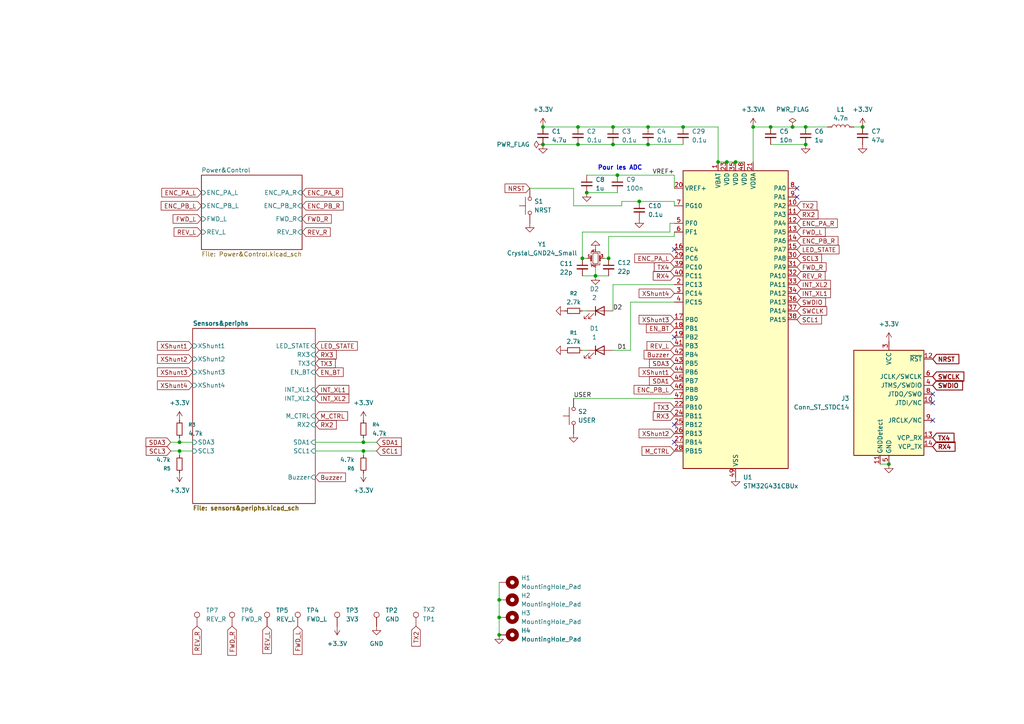
<source format=kicad_sch>
(kicad_sch (version 20250114) (generator "eeschema") (generator_version "9.0")
  (paper "A4")
  (title_block (title "ChaSouRo V1") (date "2025-09-19") (rev "Nelven") (company "ESE"))
  (lib_symbols
    (symbol "Connector:Conn_ST_STDC14"
      (property "Reference" "J" (at -8.89 16.51 0))
      (property "Value" "Conn_ST_STDC14" (at 17.78 16.51 0))
      (symbol "Conn_ST_STDC14_0_1"
        (rectangle (start -10.16 15.24) (end 10.16 -15.24) (stroke (width 0.254)) (fill (type background)))
      )
      (symbol "Conn_ST_STDC14_1_1"
        (pin no_connect line (at -10.16 5.08 0) (length 2.54) (hide yes) (name "NC") (number "1"))
        (pin no_connect line (at -10.16 2.54 0) (length 2.54) (hide yes) (name "NC") (number "2"))
        (pin passive line (at -2.54 -17.78 90) (length 2.54) (name "GNDDetect") (number "11"))
        (pin power_in line (at 0 17.78 270) (length 2.54) (name "VCC") (number "3"))
        (pin power_in line (at 0 -17.78 90) (length 2.54) (name "GND") (number "5"))
        (pin passive line (at 0 -17.78 90) (length 2.54) (hide yes) (name "GND") (number "7"))
        (pin open_collector line (at 12.7 12.7 180) (length 2.54) (name "~{RST}") (number "12"))
        (pin output line (at 12.7 7.62 180) (length 2.54) (name "JCLK/SWCLK") (number "6"))
        (pin bidirectional line (at 12.7 5.08 180) (length 2.54) (name "JTMS/SWDIO") (number "4"))
        (pin input line (at 12.7 2.54 180) (length 2.54) (name "JTDO/SWO") (number "8"))
        (pin output line (at 12.7 0 180) (length 2.54) (name "JTDI/NC") (number "10"))
        (pin input line (at 12.7 -5.08 180) (length 2.54) (name "JRCLK/NC") (number "9"))
        (pin output line (at 12.7 -10.16 180) (length 2.54) (name "VCP_RX") (number "13"))
        (pin input line (at 12.7 -12.7 180) (length 2.54) (name "VCP_TX") (number "14"))
      )
    )
    (symbol "Connector:TestPoint" (pin_numbers (hide yes)) (pin_names (offset 0.762) (hide yes))
      (property "Reference" "TP" (at 0 6.858 0))
      (property "Value" "TestPoint" (at 0 5.08 0))
      (symbol "TestPoint_0_1"
        (circle (center 0 3.302) (radius 0.762))
      )
      (symbol "TestPoint_1_1"
        (pin passive line (at 0 0 90) (length 2.54) (name "1") (number "1"))
      )
    )
    (symbol "Device:C_Small" (pin_numbers (hide yes)) (pin_names (offset 0.254) (hide yes))
      (property "Reference" "C" (at 0.254 1.778 0))
      (property "Value" "C_Small" (at 0.254 -2.032 0))
      (symbol "C_Small_0_1"
        (polyline (pts (xy -1.524 0.508) (xy 1.524 0.508)) (stroke (width 0.3048)))
        (polyline (pts (xy -1.524 -0.508) (xy 1.524 -0.508)) (stroke (width 0.3302)))
      )
      (symbol "C_Small_1_1"
        (pin passive line (at 0 2.54 270) (length 2.032) (name "~") (number "1"))
        (pin passive line (at 0 -2.54 90) (length 2.032) (name "~") (number "2"))
      )
    )
    (symbol "Device:Crystal_GND24_Small" (pin_names (offset 1.016) (hide yes))
      (property "Reference" "Y" (at 1.27 4.445 0))
      (property "Value" "Crystal_GND24_Small" (at 1.27 2.54 0))
      (symbol "Crystal_GND24_Small_0_1"
        (polyline (pts (xy -1.27 1.27) (xy -1.27 1.905) (xy 1.27 1.905) (xy 1.27 1.27)))
        (polyline (pts (xy -1.27 -0.762) (xy -1.27 0.762)) (stroke (width 0.381)))
        (polyline (pts (xy -1.27 -1.27) (xy -1.27 -1.905) (xy 1.27 -1.905) (xy 1.27 -1.27)))
        (rectangle (start -0.762 -1.524) (end 0.762 1.524))
        (polyline (pts (xy 1.27 -0.762) (xy 1.27 0.762)) (stroke (width 0.381)))
      )
      (symbol "Crystal_GND24_Small_1_1"
        (pin passive line (at -2.54 0 0) (length 1.27) (name "1") (number "1"))
        (pin passive line (at 0 2.54 270) (length 0.635) (name "4") (number "4"))
        (pin passive line (at 0 -2.54 90) (length 0.635) (name "2") (number "2"))
        (pin passive line (at 2.54 0 180) (length 1.27) (name "3") (number "3"))
      )
    )
    (symbol "Device:L" (pin_numbers (hide yes)) (pin_names (offset 1.016) (hide yes))
      (property "Reference" "L" (at -1.27 0 90))
      (property "Value" "L" (at 1.905 0 90))
      (symbol "L_0_1"
        (arc (start 0 2.54) (mid 0.6323 1.905) (end 0 1.27))
        (arc (start 0 1.27) (mid 0.6323 0.635) (end 0 0))
        (arc (start 0 0) (mid 0.6323 -0.635) (end 0 -1.27))
        (arc (start 0 -1.27) (mid 0.6323 -1.905) (end 0 -2.54))
      )
      (symbol "L_1_1"
        (pin passive line (at 0 3.81 270) (length 1.27) (name "1") (number "1"))
        (pin passive line (at 0 -3.81 90) (length 1.27) (name "2") (number "2"))
      )
    )
    (symbol "Device:LED" (pin_numbers (hide yes)) (pin_names (offset 1.016) (hide yes))
      (property "Reference" "D" (at 0 2.54 0))
      (property "Value" "LED" (at 0 -2.54 0))
      (symbol "LED_0_1"
        (polyline (pts (xy -3.048 -0.762) (xy -4.572 -2.286) (xy -3.81 -2.286) (xy -4.572 -2.286) (xy -4.572 -1.524)))
        (polyline (pts (xy -1.778 -0.762) (xy -3.302 -2.286) (xy -2.54 -2.286) (xy -3.302 -2.286) (xy -3.302 -1.524)))
        (polyline (pts (xy -1.27 0) (xy 1.27 0)))
        (polyline (pts (xy -1.27 -1.27) (xy -1.27 1.27)) (stroke (width 0.254)))
        (polyline (pts (xy 1.27 -1.27) (xy 1.27 1.27) (xy -1.27 0) (xy 1.27 -1.27)) (stroke (width 0.254)))
      )
      (symbol "LED_1_1"
        (pin passive line (at -3.81 0 0) (length 2.54) (name "K") (number "1"))
        (pin passive line (at 3.81 0 180) (length 2.54) (name "A") (number "2"))
      )
    )
    (symbol "Device:R_Small" (pin_numbers (hide yes)) (pin_names (offset 0.254) (hide yes))
      (property "Reference" "R" (at 0 0 90))
      (property "Value" "R_Small" (at 1.778 0 90))
      (symbol "R_Small_0_1"
        (rectangle (start -0.762 1.778) (end 0.762 -1.778) (stroke (width 0.2032)))
      )
      (symbol "R_Small_1_1"
        (pin passive line (at 0 2.54 270) (length 0.762) (name "~") (number "1"))
        (pin passive line (at 0 -2.54 90) (length 0.762) (name "~") (number "2"))
      )
    )
    (symbol "MCU_ST_STM32G4:STM32G431CBUx"
      (property "Reference" "U" (at -15.24 44.45 0))
      (property "Value" "STM32G431CBUx" (at 7.62 44.45 0))
      (symbol "STM32G431CBUx_0_1"
        (rectangle (start -15.24 -43.18) (end 15.24 43.18) (stroke (width 0.254)) (fill (type background)))
      )
      (symbol "STM32G431CBUx_1_1"
        (pin input line (at -17.78 38.1 0) (length 2.54) (name "VREF+") (number "20"))
        (pin bidirectional line (at -17.78 33.02 0) (length 2.54) (name "PG10") (number "7"))
        (pin bidirectional line (at -17.78 27.94 0) (length 2.54) (name "PF0") (number "5"))
        (pin bidirectional line (at -17.78 25.4 0) (length 2.54) (name "PF1") (number "6"))
        (pin bidirectional line (at -17.78 20.32 0) (length 2.54) (name "PC4") (number "16"))
        (pin bidirectional line (at -17.78 17.78 0) (length 2.54) (name "PC6") (number "29"))
        (pin bidirectional line (at -17.78 15.24 0) (length 2.54) (name "PC10") (number "39"))
        (pin bidirectional line (at -17.78 12.7 0) (length 2.54) (name "PC11") (number "40"))
        (pin bidirectional line (at -17.78 10.16 0) (length 2.54) (name "PC13") (number "2"))
        (pin bidirectional line (at -17.78 7.62 0) (length 2.54) (name "PC14") (number "3"))
        (pin bidirectional line (at -17.78 5.08 0) (length 2.54) (name "PC15") (number "4"))
        (pin bidirectional line (at -17.78 0 0) (length 2.54) (name "PB0") (number "17"))
        (pin bidirectional line (at -17.78 -2.54 0) (length 2.54) (name "PB1") (number "18"))
        (pin bidirectional line (at -17.78 -5.08 0) (length 2.54) (name "PB2") (number "19"))
        (pin bidirectional line (at -17.78 -7.62 0) (length 2.54) (name "PB3") (number "41"))
        (pin bidirectional line (at -17.78 -10.16 0) (length 2.54) (name "PB4") (number "42"))
        (pin bidirectional line (at -17.78 -12.7 0) (length 2.54) (name "PB5") (number "43"))
        (pin bidirectional line (at -17.78 -15.24 0) (length 2.54) (name "PB6") (number "44"))
        (pin bidirectional line (at -17.78 -17.78 0) (length 2.54) (name "PB7") (number "45"))
        (pin bidirectional line (at -17.78 -20.32 0) (length 2.54) (name "PB8") (number "46"))
        (pin bidirectional line (at -17.78 -22.86 0) (length 2.54) (name "PB9") (number "47"))
        (pin bidirectional line (at -17.78 -25.4 0) (length 2.54) (name "PB10") (number "22"))
        (pin bidirectional line (at -17.78 -27.94 0) (length 2.54) (name "PB11") (number "24"))
        (pin bidirectional line (at -17.78 -30.48 0) (length 2.54) (name "PB12") (number "25"))
        (pin bidirectional line (at -17.78 -33.02 0) (length 2.54) (name "PB13") (number "26"))
        (pin bidirectional line (at -17.78 -35.56 0) (length 2.54) (name "PB14") (number "27"))
        (pin bidirectional line (at -17.78 -38.1 0) (length 2.54) (name "PB15") (number "28"))
        (pin power_in line (at -5.08 45.72 270) (length 2.54) (name "VBAT") (number "1"))
        (pin power_in line (at -2.54 45.72 270) (length 2.54) (name "VDD") (number "23"))
        (pin power_in line (at 0 45.72 270) (length 2.54) (name "VDD") (number "35"))
        (pin power_in line (at 0 -45.72 90) (length 2.54) (name "VSS") (number "49"))
        (pin power_in line (at 2.54 45.72 270) (length 2.54) (name "VDD") (number "48"))
        (pin power_in line (at 5.08 45.72 270) (length 2.54) (name "VDDA") (number "21"))
        (pin bidirectional line (at 17.78 38.1 180) (length 2.54) (name "PA0") (number "8"))
        (pin bidirectional line (at 17.78 35.56 180) (length 2.54) (name "PA1") (number "9"))
        (pin bidirectional line (at 17.78 33.02 180) (length 2.54) (name "PA2") (number "10"))
        (pin bidirectional line (at 17.78 30.48 180) (length 2.54) (name "PA3") (number "11"))
        (pin bidirectional line (at 17.78 27.94 180) (length 2.54) (name "PA4") (number "12"))
        (pin bidirectional line (at 17.78 25.4 180) (length 2.54) (name "PA5") (number "13"))
        (pin bidirectional line (at 17.78 22.86 180) (length 2.54) (name "PA6") (number "14"))
        (pin bidirectional line (at 17.78 20.32 180) (length 2.54) (name "PA7") (number "15"))
        (pin bidirectional line (at 17.78 17.78 180) (length 2.54) (name "PA8") (number "30"))
        (pin bidirectional line (at 17.78 15.24 180) (length 2.54) (name "PA9") (number "31"))
        (pin bidirectional line (at 17.78 12.7 180) (length 2.54) (name "PA10") (number "32"))
        (pin bidirectional line (at 17.78 10.16 180) (length 2.54) (name "PA11") (number "33"))
        (pin bidirectional line (at 17.78 7.62 180) (length 2.54) (name "PA12") (number "34"))
        (pin bidirectional line (at 17.78 5.08 180) (length 2.54) (name "PA13") (number "36"))
        (pin bidirectional line (at 17.78 2.54 180) (length 2.54) (name "PA14") (number "37"))
        (pin bidirectional line (at 17.78 0 180) (length 2.54) (name "PA15") (number "38"))
      )
    )
    (symbol "Mechanical:MountingHole_Pad" (pin_numbers (hide yes)) (pin_names (offset 1.016) (hide yes)) (in_bom no)
      (property "Reference" "H" (at 0 6.35 0))
      (property "Value" "MountingHole_Pad" (at 0 4.445 0))
      (symbol "MountingHole_Pad_0_1"
        (circle (center 0 1.27) (radius 1.27) (stroke (width 1.27)))
      )
      (symbol "MountingHole_Pad_1_1"
        (pin input line (at 0 -2.54 90) (length 2.54) (name "1") (number "1"))
      )
    )
    (symbol "Switch:SW_Push" (pin_numbers (hide yes)) (pin_names (offset 1.016) (hide yes))
      (property "Reference" "SW" (at 1.27 2.54 0))
      (property "Value" "SW_Push" (at 0 -1.524 0))
      (symbol "SW_Push_0_1"
        (circle (center -2.032 0) (radius 0.508))
        (polyline (pts (xy 0 1.27) (xy 0 3.048)))
        (circle (center 2.032 0) (radius 0.508))
        (polyline (pts (xy 2.54 1.27) (xy -2.54 1.27)))
        (pin passive line (at -5.08 0 0) (length 2.54) (name "1") (number "1"))
        (pin passive line (at 5.08 0 180) (length 2.54) (name "2") (number "2"))
      )
    )
    (symbol "power:+3.3V" (power) (pin_numbers (hide yes)) (pin_names (offset 0) (hide yes))
      (property "Value" "+3.3V" (at 0 3.556 0))
      (symbol "+3.3V_0_1"
        (polyline (pts (xy -0.762 1.27) (xy 0 2.54)))
        (polyline (pts (xy 0 2.54) (xy 0.762 1.27)))
        (polyline (pts (xy 0 0) (xy 0 2.54)))
      )
      (symbol "+3.3V_1_1"
        (pin power_in line (at 0 0 90) (length 0) (name "~") (number "1"))
      )
    )
    (symbol "power:+3.3VA" (power) (pin_numbers (hide yes)) (pin_names (offset 0) (hide yes))
      (property "Value" "+3.3VA" (at 0 3.556 0))
      (symbol "+3.3VA_0_1"
        (polyline (pts (xy -0.762 1.27) (xy 0 2.54)))
        (polyline (pts (xy 0 2.54) (xy 0.762 1.27)))
        (polyline (pts (xy 0 0) (xy 0 2.54)))
      )
      (symbol "+3.3VA_1_1"
        (pin power_in line (at 0 0 90) (length 0) (name "~") (number "1"))
      )
    )
    (symbol "power:GND" (power) (pin_numbers (hide yes)) (pin_names (offset 0) (hide yes))
      (property "Value" "GND" (at 0 -3.81 0))
      (symbol "GND_0_1"
        (polyline (pts (xy 0 0) (xy 0 -1.27) (xy 1.27 -1.27) (xy 0 -2.54) (xy -1.27 -1.27) (xy 0 -1.27)))
      )
      (symbol "GND_1_1"
        (pin power_in line (at 0 0 270) (length 0) (name "~") (number "1"))
      )
    )
    (symbol "power:PWR_FLAG" (power) (pin_numbers (hide yes)) (pin_names (offset 0) (hide yes))
      (property "Value" "PWR_FLAG" (at 0 3.81 0))
      (symbol "PWR_FLAG_0_0"
        (pin power_out line (at 0 0 90) (length 0) (name "~") (number "1"))
      )
      (symbol "PWR_FLAG_0_1"
        (polyline (pts (xy 0 0) (xy 0 1.27) (xy -1.016 1.905) (xy 0 2.54) (xy 1.016 1.905) (xy 0 1.27)))
      )
    )
  )
  (text "Pour les ADC" (at 179.832 48.768 0) (effects (font (size 1.27 1.27) (thickness 0.254) (bold yes))))
  (junction (at 223.52 36.83))
  (junction (at 218.44 36.83))
  (junction (at 144.78 173.99))
  (junction (at 52.07 128.27))
  (junction (at 233.68 41.91))
  (junction (at 250.19 36.83))
  (junction (at 167.64 36.83))
  (junction (at 229.87 36.83))
  (junction (at 198.12 36.83))
  (junction (at 157.48 36.83))
  (junction (at 167.64 41.91))
  (junction (at 177.8 41.91))
  (junction (at 213.36 46.99))
  (junction (at 105.41 130.81))
  (junction (at 177.8 36.83))
  (junction (at 257.81 134.62))
  (junction (at 185.42 58.42))
  (junction (at 144.78 179.07))
  (junction (at 144.78 184.15))
  (junction (at 176.53 74.93))
  (junction (at 52.07 130.81))
  (junction (at 210.82 46.99))
  (junction (at 208.28 46.99))
  (junction (at 168.91 74.93))
  (junction (at 170.18 55.88))
  (junction (at 157.48 41.91))
  (junction (at 179.07 50.8))
  (junction (at 233.68 36.83))
  (junction (at 172.72 80.01))
  (junction (at 187.96 36.83))
  (junction (at 105.41 128.27))
  (junction (at 187.96 41.91))
  (no_connect (at 270.51 114.3))
  (no_connect (at 231.14 57.15))
  (no_connect (at 270.51 116.84))
  (no_connect (at 231.14 54.61))
  (no_connect (at 195.58 123.19))
  (no_connect (at 195.58 72.39))
  (no_connect (at 270.51 121.92))
  (no_connect (at 195.58 128.27))
  (no_connect (at 195.58 97.79))
  (wire (pts (xy 195.58 82.55) (xy 177.8 82.55)))
  (wire (pts (xy 170.18 50.8) (xy 179.07 50.8)))
  (wire (pts (xy 194.31 64.77) (xy 194.31 67.31)))
  (wire (pts (xy 52.07 128.27) (xy 55.88 128.27)))
  (wire (pts (xy 168.91 74.93) (xy 170.18 74.93)))
  (wire (pts (xy 223.52 36.83) (xy 229.87 36.83)))
  (wire (pts (xy 176.53 74.93) (xy 175.26 74.93)))
  (wire (pts (xy 166.37 59.69) (xy 166.37 54.61)))
  (wire (pts (xy 167.64 41.91) (xy 177.8 41.91)))
  (wire (pts (xy 168.91 90.17) (xy 170.18 90.17)))
  (wire (pts (xy 223.52 41.91) (xy 233.68 41.91)))
  (wire (pts (xy 170.18 55.88) (xy 179.07 55.88)))
  (wire (pts (xy 172.72 77.47) (xy 172.72 80.01)))
  (wire (pts (xy 179.07 50.8) (xy 195.58 50.8)))
  (wire (pts (xy 177.8 36.83) (xy 187.96 36.83)))
  (wire (pts (xy 105.41 130.81) (xy 91.44 130.81)))
  (wire (pts (xy 105.41 130.81) (xy 105.41 132.08)))
  (wire (pts (xy 229.87 36.83) (xy 233.68 36.83)))
  (wire (pts (xy 180.34 59.69) (xy 180.34 58.42)))
  (wire (pts (xy 176.53 68.58) (xy 195.58 68.58)))
  (wire (pts (xy 144.78 168.91) (xy 144.78 173.99)))
  (wire (pts (xy 187.96 41.91) (xy 198.12 41.91)))
  (wire (pts (xy 167.64 36.83) (xy 177.8 36.83)))
  (wire (pts (xy 109.22 128.27) (xy 105.41 128.27)))
  (wire (pts (xy 144.78 179.07) (xy 144.78 184.15)))
  (wire (pts (xy 255.27 134.62) (xy 257.81 134.62)))
  (wire (pts (xy 247.65 36.83) (xy 250.19 36.83)))
  (wire (pts (xy 240.03 36.83) (xy 233.68 36.83)))
  (wire (pts (xy 208.28 36.83) (xy 208.28 46.99)))
  (wire (pts (xy 157.48 41.91) (xy 167.64 41.91)))
  (wire (pts (xy 168.91 67.31) (xy 194.31 67.31)))
  (wire (pts (xy 195.58 58.42) (xy 195.58 59.69)))
  (wire (pts (xy 210.82 46.99) (xy 213.36 46.99)))
  (wire (pts (xy 49.53 128.27) (xy 52.07 128.27)))
  (wire (pts (xy 182.88 87.63) (xy 182.88 101.6)))
  (wire (pts (xy 168.91 101.6) (xy 170.18 101.6)))
  (wire (pts (xy 208.28 46.99) (xy 210.82 46.99)))
  (wire (pts (xy 52.07 127) (xy 52.07 128.27)))
  (wire (pts (xy 168.91 67.31) (xy 168.91 74.93)))
  (wire (pts (xy 195.58 54.61) (xy 195.58 50.8)))
  (wire (pts (xy 218.44 46.99) (xy 218.44 36.83)))
  (wire (pts (xy 172.72 80.01) (xy 168.91 80.01)))
  (wire (pts (xy 177.8 41.91) (xy 187.96 41.91)))
  (wire (pts (xy 172.72 80.01) (xy 176.53 80.01)))
  (wire (pts (xy 166.37 115.57) (xy 195.58 115.57)))
  (wire (pts (xy 49.53 130.81) (xy 52.07 130.81)))
  (wire (pts (xy 185.42 58.42) (xy 195.58 58.42)))
  (wire (pts (xy 105.41 128.27) (xy 91.44 128.27)))
  (wire (pts (xy 218.44 36.83) (xy 223.52 36.83)))
  (wire (pts (xy 109.22 130.81) (xy 105.41 130.81)))
  (wire (pts (xy 52.07 130.81) (xy 55.88 130.81)))
  (wire (pts (xy 180.34 58.42) (xy 185.42 58.42)))
  (wire (pts (xy 195.58 68.58) (xy 195.58 67.31)))
  (wire (pts (xy 166.37 59.69) (xy 180.34 59.69)))
  (wire (pts (xy 187.96 36.83) (xy 198.12 36.83)))
  (wire (pts (xy 213.36 46.99) (xy 215.9 46.99)))
  (wire (pts (xy 198.12 36.83) (xy 208.28 36.83)))
  (wire (pts (xy 157.48 36.83) (xy 167.64 36.83)))
  (wire (pts (xy 195.58 87.63) (xy 182.88 87.63)))
  (wire (pts (xy 105.41 127) (xy 105.41 128.27)))
  (wire (pts (xy 52.07 130.81) (xy 52.07 132.08)))
  (wire (pts (xy 177.8 82.55) (xy 177.8 90.17)))
  (wire (pts (xy 195.58 64.77) (xy 194.31 64.77)))
  (wire (pts (xy 177.8 101.6) (xy 182.88 101.6)))
  (wire (pts (xy 176.53 68.58) (xy 176.53 74.93)))
  (wire (pts (xy 166.37 54.61) (xy 153.67 54.61)))
  (wire (pts (xy 144.78 173.99) (xy 144.78 179.07)))
  (label "USER" (at 166.37 115.57 0))
  (label "VREF+" (at 189.23 50.8 0))
  (label "D1" (at 179.07 101.6 0))
  (label "D2" (at 177.8 90.17 0))
  (global_label "M_CTRL" (shape input) (at 91.44 120.65 0) (effects (font (thickness 0.1588))) (property "Intersheetrefs" "${INTERSHEET_REFS}" (effects (hide yes))))
  (global_label "NRST" (shape input) (at 270.51 104.14 0) (effects (font (thickness 0.254) (bold yes))) (property "Intersheetrefs" "${INTERSHEET_REFS}" (effects (hide yes))))
  (global_label "SWDIO" (shape input) (at 270.51 111.76 0) (effects (font (thickness 0.254) (bold yes))) (property "Intersheetrefs" "${INTERSHEET_REFS}" (effects (hide yes))))
  (global_label "REV_L" (shape input) (at 195.58 100.33 180) (property "Intersheetrefs" "${INTERSHEET_REFS}" (effects (hide yes))))
  (global_label "INT_XL1" (shape input) (at 231.14 85.09 0) (effects (font (thickness 0.1588))) (property "Intersheetrefs" "${INTERSHEET_REFS}" (effects (hide yes))))
  (global_label "TX3" (shape input) (at 195.58 118.11 180) (effects (font (thickness 0.1588))) (property "Intersheetrefs" "${INTERSHEET_REFS}" (effects (hide yes))))
  (global_label "ENC_PB_L" (shape input) (at 195.58 113.03 180) (property "Intersheetrefs" "${INTERSHEET_REFS}" (effects (hide yes))))
  (global_label "LED_STATE" (shape input) (at 231.14 72.39 0) (property "Intersheetrefs" "${INTERSHEET_REFS}" (effects (hide yes))))
  (global_label "FWD_L" (shape input) (at 231.14 67.31 0) (property "Intersheetrefs" "${INTERSHEET_REFS}" (effects (hide yes))))
  (global_label "REV_L" (shape input) (at 58.42 67.31 180) (property "Intersheetrefs" "${INTERSHEET_REFS}" (effects (hide yes))))
  (global_label "TX2" (shape input) (at 231.14 59.69 0) (property "Intersheetrefs" "${INTERSHEET_REFS}" (effects (hide yes))))
  (global_label "REV_R" (shape input) (at 87.63 67.31 0) (property "Intersheetrefs" "${INTERSHEET_REFS}" (effects (hide yes))))
  (global_label "SDA3" (shape input) (at 49.53 128.27 180) (effects (font (thickness 0.1588))) (property "Intersheetrefs" "${INTERSHEET_REFS}" (effects (hide yes))))
  (global_label "SCL3" (shape input) (at 231.14 74.93 0) (effects (font (thickness 0.1588))) (property "Intersheetrefs" "${INTERSHEET_REFS}" (effects (hide yes))))
  (global_label "RX3" (shape input) (at 195.58 120.65 180) (effects (font (thickness 0.1588))) (property "Intersheetrefs" "${INTERSHEET_REFS}" (effects (hide yes))))
  (global_label "TX3" (shape input) (at 91.44 105.41 0) (effects (font (thickness 0.1588))) (property "Intersheetrefs" "${INTERSHEET_REFS}" (effects (hide yes))))
  (global_label "FWD_L" (shape input) (at 86.36 181.61 270) (property "Intersheetrefs" "${INTERSHEET_REFS}" (effects (hide yes))))
  (global_label "INT_XL1" (shape input) (at 91.44 113.03 0) (effects (font (thickness 0.1588))) (property "Intersheetrefs" "${INTERSHEET_REFS}" (effects (hide yes))))
  (global_label "SWDIO" (shape input) (at 231.14 87.63 0) (effects (font (thickness 0.1588))) (property "Intersheetrefs" "${INTERSHEET_REFS}" (effects (hide yes))))
  (global_label "ENC_PA_L" (shape input) (at 195.58 74.93 180) (property "Intersheetrefs" "${INTERSHEET_REFS}" (effects (hide yes))))
  (global_label "SDA3" (shape input) (at 195.58 105.41 180) (effects (font (thickness 0.1588))) (property "Intersheetrefs" "${INTERSHEET_REFS}" (effects (hide yes))))
  (global_label "ENC_PA_L" (shape input) (at 58.42 55.88 180) (property "Intersheetrefs" "${INTERSHEET_REFS}" (effects (hide yes))))
  (global_label "FWD_L" (shape input) (at 58.42 63.5 180) (property "Intersheetrefs" "${INTERSHEET_REFS}" (effects (hide yes))))
  (global_label "INT_XL2" (shape input) (at 91.44 115.57 0) (effects (font (thickness 0.1588))) (property "Intersheetrefs" "${INTERSHEET_REFS}" (effects (hide yes))))
  (global_label "XShunt4" (shape input) (at 55.88 111.76 180) (property "Intersheetrefs" "${INTERSHEET_REFS}" (effects (hide yes))))
  (global_label "RX4" (shape input) (at 270.51 129.54 0) (effects (font (thickness 0.254) (bold yes))) (property "Intersheetrefs" "${INTERSHEET_REFS}" (effects (hide yes))))
  (global_label "XShunt3" (shape input) (at 55.88 107.95 180) (property "Intersheetrefs" "${INTERSHEET_REFS}" (effects (hide yes))))
  (global_label "FWD_R" (shape input) (at 231.14 77.47 0) (property "Intersheetrefs" "${INTERSHEET_REFS}" (effects (hide yes))))
  (global_label "Buzzer" (shape input) (at 91.44 138.43 0) (property "Intersheetrefs" "${INTERSHEET_REFS}" (effects (hide yes))))
  (global_label "INT_XL2" (shape input) (at 231.14 82.55 0) (effects (font (thickness 0.1588))) (property "Intersheetrefs" "${INTERSHEET_REFS}" (effects (hide yes))))
  (global_label "SDA1" (shape input) (at 109.22 128.27 0) (effects (font (thickness 0.1588))) (property "Intersheetrefs" "${INTERSHEET_REFS}" (effects (hide yes))))
  (global_label "REV_R" (shape input) (at 57.15 181.61 270) (property "Intersheetrefs" "${INTERSHEET_REFS}" (effects (hide yes))))
  (global_label "ENC_PA_R" (shape input) (at 231.14 64.77 0) (property "Intersheetrefs" "${INTERSHEET_REFS}" (effects (hide yes))))
  (global_label "LED_STATE" (shape input) (at 91.44 100.33 0) (property "Intersheetrefs" "${INTERSHEET_REFS}" (effects (hide yes))))
  (global_label "SCL3" (shape input) (at 49.53 130.81 180) (effects (font (thickness 0.1588))) (property "Intersheetrefs" "${INTERSHEET_REFS}" (effects (hide yes))))
  (global_label "Buzzer" (shape input) (at 195.58 102.87 180) (property "Intersheetrefs" "${INTERSHEET_REFS}" (effects (hide yes))))
  (global_label "XShunt2" (shape input) (at 55.88 104.14 180) (property "Intersheetrefs" "${INTERSHEET_REFS}" (effects (hide yes))))
  (global_label "REV_L" (shape input) (at 77.47 181.61 270) (property "Intersheetrefs" "${INTERSHEET_REFS}" (effects (hide yes))))
  (global_label "ENC_PB_R" (shape input) (at 231.14 69.85 0) (property "Intersheetrefs" "${INTERSHEET_REFS}" (effects (hide yes))))
  (global_label "XShunt4" (shape input) (at 195.58 85.09 180) (property "Intersheetrefs" "${INTERSHEET_REFS}" (effects (hide yes))))
  (global_label "FWD_R" (shape input) (at 67.31 181.61 270) (property "Intersheetrefs" "${INTERSHEET_REFS}" (effects (hide yes))))
  (global_label "XShunt2" (shape input) (at 195.58 125.73 180) (property "Intersheetrefs" "${INTERSHEET_REFS}" (effects (hide yes))))
  (global_label "XShunt1" (shape input) (at 195.58 107.95 180) (property "Intersheetrefs" "${INTERSHEET_REFS}" (effects (hide yes))))
  (global_label "SWCLK" (shape input) (at 270.51 109.22 0) (effects (font (thickness 0.254) (bold yes))) (property "Intersheetrefs" "${INTERSHEET_REFS}" (effects (hide yes))))
  (global_label "RX2" (shape input) (at 231.14 62.23 0) (effects (font (thickness 0.1588))) (property "Intersheetrefs" "${INTERSHEET_REFS}" (effects (hide yes))))
  (global_label "ENC_PB_R" (shape input) (at 87.63 59.69 0) (property "Intersheetrefs" "${INTERSHEET_REFS}" (effects (hide yes))))
  (global_label "XShunt1" (shape input) (at 55.88 100.33 180) (property "Intersheetrefs" "${INTERSHEET_REFS}" (effects (hide yes))))
  (global_label "RX2" (shape input) (at 91.44 123.19 0) (effects (font (thickness 0.1588))) (property "Intersheetrefs" "${INTERSHEET_REFS}" (effects (hide yes))))
  (global_label "SCL1" (shape input) (at 231.14 92.71 0) (effects (font (thickness 0.1588))) (property "Intersheetrefs" "${INTERSHEET_REFS}" (effects (hide yes))))
  (global_label "NRST" (shape input) (at 153.67 54.61 180) (property "Intersheetrefs" "${INTERSHEET_REFS}" (effects (hide yes))))
  (global_label "ENC_PB_L" (shape input) (at 58.42 59.69 180) (property "Intersheetrefs" "${INTERSHEET_REFS}" (effects (hide yes))))
  (global_label "SDA1" (shape input) (at 195.58 110.49 180) (effects (font (thickness 0.1588))) (property "Intersheetrefs" "${INTERSHEET_REFS}" (effects (hide yes))))
  (global_label "TX2" (shape input) (at 120.65 181.61 270) (property "Intersheetrefs" "${INTERSHEET_REFS}" (effects (hide yes))))
  (global_label "SWCLK" (shape input) (at 231.14 90.17 0) (effects (font (thickness 0.1588))) (property "Intersheetrefs" "${INTERSHEET_REFS}" (effects (hide yes))))
  (global_label "REV_R" (shape input) (at 231.14 80.01 0) (property "Intersheetrefs" "${INTERSHEET_REFS}" (effects (hide yes))))
  (global_label "EN_BT" (shape input) (at 195.58 95.25 180) (property "Intersheetrefs" "${INTERSHEET_REFS}" (effects (hide yes))))
  (global_label "FWD_R" (shape input) (at 87.63 63.5 0) (property "Intersheetrefs" "${INTERSHEET_REFS}" (effects (hide yes))))
  (global_label "TX4" (shape input) (at 270.51 127 0) (effects (font (thickness 0.254) (bold yes))) (property "Intersheetrefs" "${INTERSHEET_REFS}" (effects (hide yes))))
  (global_label "TX4" (shape input) (at 195.58 77.47 180) (effects (font (thickness 0.1588))) (property "Intersheetrefs" "${INTERSHEET_REFS}" (effects (hide yes))))
  (global_label "ENC_PA_R" (shape input) (at 87.63 55.88 0) (property "Intersheetrefs" "${INTERSHEET_REFS}" (effects (hide yes))))
  (global_label "RX4" (shape input) (at 195.58 80.01 180) (effects (font (thickness 0.1588))) (property "Intersheetrefs" "${INTERSHEET_REFS}" (effects (hide yes))))
  (global_label "M_CTRL" (shape input) (at 195.58 130.81 180) (effects (font (thickness 0.1588))) (property "Intersheetrefs" "${INTERSHEET_REFS}" (effects (hide yes))))
  (global_label "EN_BT" (shape input) (at 91.44 107.95 0) (property "Intersheetrefs" "${INTERSHEET_REFS}" (effects (hide yes))))
  (global_label "XShunt3" (shape input) (at 195.58 92.71 180) (property "Intersheetrefs" "${INTERSHEET_REFS}" (effects (hide yes))))
  (global_label "SCL1" (shape input) (at 109.22 130.81 0) (effects (font (thickness 0.1588))) (property "Intersheetrefs" "${INTERSHEET_REFS}" (effects (hide yes))))
  (global_label "RX3" (shape input) (at 91.44 102.87 0) (effects (font (thickness 0.1588))) (property "Intersheetrefs" "${INTERSHEET_REFS}" (effects (hide yes))))
  (symbol (lib_id "power:+3.3V") (at 250.19 36.83 0) (unit 1)
    (property "Reference" "#PWR03" (effects (hide yes)))
    (property "Value" "+3.3V" (at 250.19 31.75 0))
    (property "Description" "Power symbol creates a global label with name \"+3.3V\"" (effects (hide yes)))
  )
  (symbol (lib_id "power:GND") (at 185.42 63.5 0) (unit 1)
    (property "Reference" "#PWR010" (effects (hide yes)))
    (property "Value" "GND" (effects (hide yes)))
    (property "Description" "Power symbol creates a global label with name \"GND\" , ground" (effects (hide yes)))
  )
  (symbol (lib_id "power:GND") (at 172.72 72.39 180) (unit 1)
    (property "Reference" "#PWR011" (effects (hide yes)))
    (property "Value" "GND" (effects (hide yes)))
    (property "Description" "Power symbol creates a global label with name \"GND\" , ground" (effects (hide yes)))
  )
  (symbol (lib_id "Connector:Conn_ST_STDC14") (at 257.81 116.84 0) (unit 1)
    (property "Reference" "J3" (at 246.38 115.5699 0) (effects (justify right)))
    (property "Value" "Conn_ST_STDC14" (at 246.38 118.1099 0) (effects (justify right)))
    (property "Footprint" "Connector_PinHeader_1.27mm:PinHeader_2x07_P1.27mm_Vertical_SMD" (effects (hide yes)))
    (property "Datasheet" "https://www.st.com/content/ccc/resource/technical/document/user_manual/group1/99/49/91/b6/b2/3a/46/e5/DM00526767/files/DM00526767.pdf/jcr:content/translations/en.DM00526767.pdf" (effects (hide yes)))
    (property "Description" "ST Debug Connector, standard ARM Cortex-M SWD and JTAG interface plus UART" (effects (hide yes)))
  )
  (symbol (lib_id "Device:C_Small") (at 250.19 39.37 0) (unit 1)
    (property "Reference" "C7" (at 252.73 38.1062 0) (effects (justify left)))
    (property "Value" "47u" (at 252.73 40.6462 0) (effects (justify left)))
    (property "Footprint" "Capacitor_SMD:C_0402_1005Metric" (effects (hide yes)))
    (property "Description" "Unpolarized capacitor, small symbol" (effects (hide yes)))
  )
  (symbol (lib_id "Device:C_Small") (at 187.96 39.37 0) (unit 1)
    (property "Reference" "C4" (at 190.5 38.1062 0) (effects (justify left)))
    (property "Value" "0.1u" (at 190.5 40.6462 0) (effects (justify left)))
    (property "Footprint" "Capacitor_SMD:C_0402_1005Metric" (effects (hide yes)))
    (property "Description" "Unpolarized capacitor, small symbol" (effects (hide yes)))
  )
  (symbol (lib_id "Device:C_Small") (at 179.07 53.34 0) (unit 1)
    (property "Reference" "C9" (at 181.61 52.0762 0) (effects (justify left)))
    (property "Value" "100n" (at 181.61 54.6162 0) (effects (justify left)))
    (property "Footprint" "Capacitor_SMD:C_0402_1005Metric" (effects (hide yes)))
    (property "Description" "Unpolarized capacitor, small symbol" (effects (hide yes)))
  )
  (symbol (lib_id "Device:R_Small") (at 105.41 134.62 0) (unit 1)
    (property "Reference" "R6" (at 102.87 135.8901 0) (effects (font (size 1.016 1.016)) (justify right)))
    (property "Value" "4.7k" (at 102.87 133.3501 0) (effects (justify right)))
    (property "Footprint" "Resistor_SMD:R_0402_1005Metric" (effects (hide yes)))
    (property "Description" "Resistor, small symbol" (effects (hide yes)))
  )
  (symbol (lib_id "Switch:SW_Push") (at 153.67 59.69 90) (unit 1)
    (property "Reference" "S1" (at 154.94 58.4199 90) (effects (justify right)))
    (property "Value" "NRST" (at 154.94 60.9599 90) (effects (justify right)))
    (property "Footprint" "ESE:430182070816" (effects (hide yes)))
    (property "Description" "Push button switch, generic, two pins" (effects (hide yes)))
  )
  (symbol (lib_id "Connector:TestPoint") (at 57.15 181.61 0) (unit 1)
    (property "Reference" "TP7" (at 59.69 177.0379 0) (effects (justify left)))
    (property "Value" "REV_R" (at 59.69 179.5779 0) (effects (justify left)))
    (property "Footprint" "TestPoint:TestPoint_Bridge_Pitch2.0mm_Drill0.7mm" (effects (hide yes)))
    (property "Description" "test point" (effects (hide yes)))
  )
  (symbol (lib_id "Device:R_Small") (at 52.07 124.46 180) (unit 1)
    (property "Reference" "R3" (at 54.61 123.1899 0) (effects (font (size 1.016 1.016)) (justify right)))
    (property "Value" "4.7k" (at 54.61 125.7299 0) (effects (justify right)))
    (property "Footprint" "Resistor_SMD:R_0402_1005Metric" (effects (hide yes)))
    (property "Description" "Resistor, small symbol" (effects (hide yes)))
  )
  (symbol (lib_id "power:GND") (at 213.36 138.43 0) (unit 1)
    (property "Reference" "#PWR022" (effects (hide yes)))
    (property "Value" "GND" (effects (hide yes)))
    (property "Description" "Power symbol creates a global label with name \"GND\" , ground" (effects (hide yes)))
  )
  (symbol (lib_id "Connector:TestPoint") (at 77.47 181.61 0) (unit 1)
    (property "Reference" "TP5" (at 80.01 177.0379 0) (effects (justify left)))
    (property "Value" "REV_L" (at 80.01 179.5779 0) (effects (justify left)))
    (property "Footprint" "TestPoint:TestPoint_Bridge_Pitch2.0mm_Drill0.7mm" (effects (hide yes)))
    (property "Description" "test point" (effects (hide yes)))
  )
  (symbol (lib_id "Device:C_Small") (at 223.52 39.37 0) (unit 1)
    (property "Reference" "C5" (at 226.06 38.1062 0) (effects (justify left)))
    (property "Value" "10n" (at 226.06 40.6462 0) (effects (justify left)))
    (property "Footprint" "Capacitor_SMD:C_0402_1005Metric" (effects (hide yes)))
    (property "Description" "Unpolarized capacitor, small symbol" (effects (hide yes)))
  )
  (symbol (lib_id "Connector:TestPoint") (at 67.31 181.61 0) (unit 1)
    (property "Reference" "TP6" (at 69.85 177.0379 0) (effects (justify left)))
    (property "Value" "FWD_R" (at 69.85 179.5779 0) (effects (justify left)))
    (property "Footprint" "TestPoint:TestPoint_Bridge_Pitch2.0mm_Drill0.7mm" (effects (hide yes)))
    (property "Description" "test point" (effects (hide yes)))
  )
  (symbol (lib_id "power:+3.3VA") (at 218.44 36.83 0) (unit 1)
    (property "Reference" "#PWR02" (effects (hide yes)))
    (property "Value" "+3.3VA" (at 218.44 31.75 0))
    (property "Description" "Power symbol creates a global label with name \"+3.3VA\"" (effects (hide yes)))
  )
  (symbol (lib_id "Device:C_Small") (at 176.53 77.47 0) (unit 1)
    (property "Reference" "C12" (at 179.07 76.2062 0) (effects (justify left)))
    (property "Value" "22p" (at 179.07 78.7462 0) (effects (justify left)))
    (property "Footprint" "Capacitor_SMD:C_0402_1005Metric" (effects (hide yes)))
    (property "Description" "Unpolarized capacitor, small symbol" (effects (hide yes)))
  )
  (symbol (lib_id "Device:C_Small") (at 185.42 60.96 0) (unit 1)
    (property "Reference" "C10" (at 187.96 59.6962 0) (effects (justify left)))
    (property "Value" "0.1u" (at 187.96 62.2362 0) (effects (justify left)))
    (property "Footprint" "Capacitor_SMD:C_0402_1005Metric" (effects (hide yes)))
    (property "Description" "Unpolarized capacitor, small symbol" (effects (hide yes)))
  )
  (symbol (lib_id "power:+3.3V") (at 157.48 36.83 0) (unit 1)
    (property "Reference" "#PWR01" (effects (hide yes)))
    (property "Value" "+3.3V" (at 157.48 31.75 0))
    (property "Description" "Power symbol creates a global label with name \"+3.3V\"" (effects (hide yes)))
  )
  (symbol (lib_id "Device:Crystal_GND24_Small") (at 172.72 74.93 0) (unit 1)
    (property "Reference" "Y1" (at 157.226 70.866 0))
    (property "Value" "Crystal_GND24_Small" (at 157.226 73.406 0))
    (property "Footprint" "Crystal:Crystal_SMD_3225-4Pin_3.2x2.5mm" (effects (hide yes)))
    (property "Description" "Four pin crystal, GND on pins 2 and 4, small symbol" (effects (hide yes)))
  )
  (symbol (lib_id "power:GND") (at 170.18 55.88 0) (unit 1)
    (property "Reference" "#PWR07" (effects (hide yes)))
    (property "Value" "GND" (effects (hide yes)))
    (property "Description" "Power symbol creates a global label with name \"GND\" , ground" (effects (hide yes)))
  )
  (symbol (lib_id "Connector:TestPoint") (at 120.65 181.61 0) (unit 1)
    (property "Reference" "TP1" (at 126.238 179.578 0) (effects (justify right)))
    (property "Value" "TX2" (at 126.238 176.784 0) (effects (justify right)))
    (property "Description" "test point" (effects (hide yes)))
  )
  (symbol (lib_id "power:GND") (at 233.68 41.91 0) (unit 1)
    (property "Reference" "#PWR05" (effects (hide yes)))
    (property "Value" "GND" (effects (hide yes)))
    (property "Description" "Power symbol creates a global label with name \"GND\" , ground" (effects (hide yes)))
  )
  (symbol (lib_id "Device:C_Small") (at 233.68 39.37 0) (unit 1)
    (property "Reference" "C6" (at 236.22 38.1062 0) (effects (justify left)))
    (property "Value" "1u" (at 236.22 40.6462 0) (effects (justify left)))
    (property "Footprint" "Capacitor_SMD:C_0402_1005Metric" (effects (hide yes)))
    (property "Description" "Unpolarized capacitor, small symbol" (effects (hide yes)))
  )
  (symbol (lib_id "Mechanical:MountingHole_Pad") (at 147.32 184.15 270) (unit 1) (in_bom no)
    (property "Reference" "H4" (at 151.13 182.8799 90) (effects (justify left)))
    (property "Value" "MountingHole_Pad" (at 151.13 185.4199 90) (effects (justify left)))
    (property "Footprint" "MountingHole:MountingHole_3.2mm_M3_Pad_Via" (effects (hide yes)))
    (property "Description" "Mounting Hole with connection" (effects (hide yes)))
  )
  (symbol (lib_id "Mechanical:MountingHole_Pad") (at 147.32 179.07 270) (unit 1) (in_bom no)
    (property "Reference" "H3" (at 151.13 177.7999 90) (effects (justify left)))
    (property "Value" "MountingHole_Pad" (at 151.13 180.3399 90) (effects (justify left)))
    (property "Footprint" "MountingHole:MountingHole_3.2mm_M3_Pad_Via" (effects (hide yes)))
    (property "Description" "Mounting Hole with connection" (effects (hide yes)))
  )
  (symbol (lib_id "power:GND") (at 157.48 41.91 0) (unit 1)
    (property "Reference" "#PWR04" (effects (hide yes)))
    (property "Value" "GND" (effects (hide yes)))
    (property "Description" "Power symbol creates a global label with name \"GND\" , ground" (effects (hide yes)))
  )
  (symbol (lib_id "Connector:TestPoint") (at 86.36 181.61 0) (unit 1)
    (property "Reference" "TP4" (at 88.9 177.0379 0) (effects (justify left)))
    (property "Value" "FWD_L" (at 88.9 179.5779 0) (effects (justify left)))
    (property "Footprint" "TestPoint:TestPoint_Bridge_Pitch2.0mm_Drill0.7mm" (effects (hide yes)))
    (property "Description" "test point" (effects (hide yes)))
  )
  (symbol (lib_id "Switch:SW_Push") (at 166.37 120.65 90) (unit 1)
    (property "Reference" "S2" (at 167.64 119.3799 90) (effects (justify right)))
    (property "Value" "USER" (at 167.64 121.9199 90) (effects (justify right)))
    (property "Footprint" "ESE:430182070816" (effects (hide yes)))
    (property "Description" "Push button switch, generic, two pins" (effects (hide yes)))
  )
  (symbol (lib_id "power:GND") (at 144.78 184.15 0) (unit 1)
    (property "Reference" "#PWR083" (effects (hide yes)))
    (property "Value" "GND" (effects (hide yes)))
    (property "Description" "Power symbol creates a global label with name \"GND\" , ground" (effects (hide yes)))
  )
  (symbol (lib_id "power:PWR_FLAG") (at 157.48 41.91 90) (unit 1)
    (property "Reference" "#FLG02" (effects (hide yes)))
    (property "Value" "PWR_FLAG" (at 153.67 41.9099 90) (effects (justify left)))
    (property "Description" "Special symbol for telling ERC where power comes from" (effects (hide yes)))
  )
  (symbol (lib_id "power:GND") (at 109.22 181.61 0) (unit 1)
    (property "Reference" "#PWR08" (effects (hide yes)))
    (property "Value" "GND" (at 109.22 186.69 0))
    (property "Description" "Power symbol creates a global label with name \"GND\" , ground" (effects (hide yes)))
  )
  (symbol (lib_id "Device:R_Small") (at 105.41 124.46 180) (unit 1)
    (property "Reference" "R4" (at 107.95 123.1899 0) (effects (font (size 1.016 1.016)) (justify right)))
    (property "Value" "4.7k" (at 107.95 125.7299 0) (effects (justify right)))
    (property "Footprint" "Resistor_SMD:R_0402_1005Metric" (effects (hide yes)))
    (property "Description" "Resistor, small symbol" (effects (hide yes)))
  )
  (symbol (lib_id "Device:R_Small") (at 166.37 90.17 90) (unit 1)
    (property "Reference" "R2" (at 166.37 85.09 90) (effects (font (size 1.016 1.016))))
    (property "Value" "2.7k" (at 166.37 87.63 90))
    (property "Footprint" "Resistor_SMD:R_0402_1005Metric" (effects (hide yes)))
    (property "Description" "Resistor, small symbol" (effects (hide yes)))
  )
  (symbol (lib_id "power:+3.3V") (at 97.79 181.61 180) (unit 1)
    (property "Reference" "#PWR09" (effects (hide yes)))
    (property "Value" "+3.3V" (at 97.79 186.69 0))
    (property "Description" "Power symbol creates a global label with name \"+3.3V\"" (effects (hide yes)))
  )
  (symbol (lib_id "power:GND") (at 257.81 134.62 0) (unit 1)
    (property "Reference" "#PWR088" (effects (hide yes)))
    (property "Value" "GND" (effects (hide yes)))
    (property "Description" "Power symbol creates a global label with name \"GND\" , ground" (effects (hide yes)))
  )
  (symbol (lib_id "Device:R_Small") (at 166.37 101.6 90) (unit 1)
    (property "Reference" "R1" (at 166.37 96.52 90) (effects (font (size 1.016 1.016))))
    (property "Value" "2.7k" (at 166.37 99.06 90))
    (property "Footprint" "Resistor_SMD:R_0402_1005Metric" (effects (hide yes)))
    (property "Description" "Resistor, small symbol" (effects (hide yes)))
  )
  (symbol (lib_id "power:GND") (at 153.67 64.77 0) (unit 1)
    (property "Reference" "#PWR021" (effects (hide yes)))
    (property "Value" "GND" (effects (hide yes)))
    (property "Description" "Power symbol creates a global label with name \"GND\" , ground" (effects (hide yes)))
  )
  (symbol (lib_id "power:+3.3V") (at 257.81 99.06 0) (unit 1)
    (property "Reference" "#PWR089" (effects (hide yes)))
    (property "Value" "+3.3V" (at 257.81 93.98 0))
    (property "Description" "Power symbol creates a global label with name \"+3.3V\"" (effects (hide yes)))
  )
  (symbol (lib_id "Mechanical:MountingHole_Pad") (at 147.32 173.99 270) (unit 1) (in_bom no)
    (property "Reference" "H2" (at 151.13 172.7199 90) (effects (justify left)))
    (property "Value" "MountingHole_Pad" (at 151.13 175.2599 90) (effects (justify left)))
    (property "Footprint" "MountingHole:MountingHole_3.2mm_M3_Pad_Via" (effects (hide yes)))
    (property "Description" "Mounting Hole with connection" (effects (hide yes)))
  )
  (symbol (lib_id "power:GND") (at 163.83 90.17 270) (unit 1)
    (property "Reference" "#PWR016" (effects (hide yes)))
    (property "Value" "GND" (effects (hide yes)))
    (property "Description" "Power symbol creates a global label with name \"GND\" , ground" (effects (hide yes)))
  )
  (symbol (lib_id "power:PWR_FLAG") (at 229.87 36.83 0) (unit 1)
    (property "Reference" "#FLG01" (effects (hide yes)))
    (property "Value" "PWR_FLAG" (at 229.87 31.75 0))
    (property "Description" "Special symbol for telling ERC where power comes from" (effects (hide yes)))
  )
  (symbol (lib_id "power:+3.3V") (at 105.41 121.92 0) (unit 1)
    (property "Reference" "#PWR015" (effects (hide yes)))
    (property "Value" "+3.3V" (at 105.41 116.84 0))
    (property "Description" "Power symbol creates a global label with name \"+3.3V\"" (effects (hide yes)))
  )
  (symbol (lib_id "Connector:TestPoint") (at 109.22 181.61 0) (unit 1)
    (property "Reference" "TP2" (at 111.76 177.0379 0) (effects (justify left)))
    (property "Value" "GND" (at 111.76 179.5779 0) (effects (justify left)))
    (property "Footprint" "TestPoint:TestPoint_Bridge_Pitch2.0mm_Drill0.7mm" (effects (hide yes)))
    (property "Description" "test point" (effects (hide yes)))
  )
  (symbol (lib_id "Device:LED") (at 173.99 101.6 0) (unit 1)
    (property "Reference" "D1" (at 172.4025 95.25 0))
    (property "Value" "1" (at 172.4025 97.79 0))
    (property "Footprint" "LED_SMD:LED_0603_1608Metric" (effects (hide yes)))
    (property "Description" "Light emitting diode" (effects (hide yes)))
    (property "Sim.Pins" "1=K 2=A" (effects (hide yes)))
  )
  (symbol (lib_id "Device:L") (at 243.84 36.83 90) (unit 1)
    (property "Reference" "L1" (at 243.84 31.75 90))
    (property "Value" "4.7n" (at 243.84 34.29 90))
    (property "Footprint" "Inductor_SMD:L_0402_1005Metric" (effects (hide yes)))
    (property "Description" "Inductor" (effects (hide yes)))
  )
  (symbol (lib_id "power:GND") (at 166.37 125.73 0) (unit 1)
    (property "Reference" "#PWR035" (effects (hide yes)))
    (property "Value" "GND" (effects (hide yes)))
    (property "Description" "Power symbol creates a global label with name \"GND\" , ground" (effects (hide yes)))
  )
  (symbol (lib_id "Device:C_Small") (at 168.91 77.47 0) (unit 1)
    (property "Reference" "C11" (at 162.306 76.454 0) (effects (justify left)))
    (property "Value" "22p" (at 162.306 78.994 0) (effects (justify left)))
    (property "Footprint" "Capacitor_SMD:C_0402_1005Metric" (effects (hide yes)))
    (property "Description" "Unpolarized capacitor, small symbol" (effects (hide yes)))
  )
  (symbol (lib_id "Device:C_Small") (at 157.48 39.37 0) (unit 1)
    (property "Reference" "C1" (at 160.02 38.1062 0) (effects (justify left)))
    (property "Value" "4.7u" (at 160.02 40.6462 0) (effects (justify left)))
    (property "Footprint" "Capacitor_SMD:C_0402_1005Metric" (effects (hide yes)))
    (property "Description" "Unpolarized capacitor, small symbol" (effects (hide yes)))
  )
  (symbol (lib_id "Device:C_Small") (at 170.18 53.34 0) (unit 1)
    (property "Reference" "C8" (at 172.72 52.0762 0) (effects (justify left)))
    (property "Value" "1u" (at 172.72 54.6162 0) (effects (justify left)))
    (property "Footprint" "Capacitor_SMD:C_0402_1005Metric" (effects (hide yes)))
    (property "Description" "Unpolarized capacitor, small symbol" (effects (hide yes)))
  )
  (symbol (lib_id "Device:R_Small") (at 52.07 134.62 0) (unit 1)
    (property "Reference" "R5" (at 49.53 135.8901 0) (effects (font (size 1.016 1.016)) (justify right)))
    (property "Value" "4.7k" (at 49.53 133.3501 0) (effects (justify right)))
    (property "Footprint" "Resistor_SMD:R_0402_1005Metric" (effects (hide yes)))
    (property "Description" "Resistor, small symbol" (effects (hide yes)))
  )
  (symbol (lib_id "Device:C_Small") (at 177.8 39.37 0) (unit 1)
    (property "Reference" "C3" (at 180.34 38.1062 0) (effects (justify left)))
    (property "Value" "0.1u" (at 180.34 40.6462 0) (effects (justify left)))
    (property "Footprint" "Capacitor_SMD:C_0402_1005Metric" (effects (hide yes)))
    (property "Description" "Unpolarized capacitor, small symbol" (effects (hide yes)))
  )
  (symbol (lib_id "Mechanical:MountingHole_Pad") (at 147.32 168.91 270) (unit 1) (in_bom no)
    (property "Reference" "H1" (at 151.13 167.6399 90) (effects (justify left)))
    (property "Value" "MountingHole_Pad" (at 151.13 170.1799 90) (effects (justify left)))
    (property "Footprint" "MountingHole:MountingHole_3.2mm_M3_Pad_Via" (effects (hide yes)))
    (property "Description" "Mounting Hole with connection" (effects (hide yes)))
  )
  (symbol (lib_id "power:+3.3V") (at 52.07 137.16 180) (unit 1)
    (property "Reference" "#PWR019" (effects (hide yes)))
    (property "Value" "+3.3V" (at 52.07 142.24 0))
    (property "Description" "Power symbol creates a global label with name \"+3.3V\"" (effects (hide yes)))
  )
  (symbol (lib_id "power:GND") (at 163.83 101.6 270) (unit 1)
    (property "Reference" "#PWR013" (effects (hide yes)))
    (property "Value" "GND" (effects (hide yes)))
    (property "Description" "Power symbol creates a global label with name \"GND\" , ground" (effects (hide yes)))
  )
  (symbol (lib_id "Device:C_Small") (at 198.12 39.37 0) (unit 1)
    (property "Reference" "C29" (at 200.66 38.1062 0) (effects (justify left)))
    (property "Value" "0.1u" (at 200.66 40.6462 0) (effects (justify left)))
    (property "Footprint" "Capacitor_SMD:C_0402_1005Metric" (effects (hide yes)))
    (property "Description" "Unpolarized capacitor, small symbol" (effects (hide yes)))
  )
  (symbol (lib_id "Device:LED") (at 173.99 90.17 0) (unit 1)
    (property "Reference" "D2" (at 172.4025 83.82 0))
    (property "Value" "2" (at 172.4025 86.36 0))
    (property "Footprint" "LED_SMD:LED_0603_1608Metric" (effects (hide yes)))
    (property "Description" "Light emitting diode" (effects (hide yes)))
    (property "Sim.Pins" "1=K 2=A" (effects (hide yes)))
  )
  (symbol (lib_id "power:GND") (at 250.19 41.91 0) (unit 1)
    (property "Reference" "#PWR06" (effects (hide yes)))
    (property "Value" "GND" (effects (hide yes)))
    (property "Description" "Power symbol creates a global label with name \"GND\" , ground" (effects (hide yes)))
  )
  (symbol (lib_id "power:GND") (at 172.72 80.01 0) (unit 1)
    (property "Reference" "#PWR012" (effects (hide yes)))
    (property "Value" "GND" (effects (hide yes)))
    (property "Description" "Power symbol creates a global label with name \"GND\" , ground" (effects (hide yes)))
  )
  (symbol (lib_id "Connector:TestPoint") (at 97.79 181.61 0) (unit 1)
    (property "Reference" "TP3" (at 100.33 177.0379 0) (effects (justify left)))
    (property "Value" "3V3" (at 100.33 179.5779 0) (effects (justify left)))
    (property "Footprint" "TestPoint:TestPoint_Bridge_Pitch2.0mm_Drill0.7mm" (effects (hide yes)))
    (property "Description" "test point" (effects (hide yes)))
  )
  (symbol (lib_id "power:+3.3V") (at 52.07 121.92 0) (unit 1)
    (property "Reference" "#PWR014" (effects (hide yes)))
    (property "Value" "+3.3V" (at 52.07 116.84 0))
    (property "Description" "Power symbol creates a global label with name \"+3.3V\"" (effects (hide yes)))
  )
  (symbol (lib_id "power:+3.3V") (at 105.41 137.16 180) (unit 1)
    (property "Reference" "#PWR020" (effects (hide yes)))
    (property "Value" "+3.3V" (at 105.41 142.24 0))
    (property "Description" "Power symbol creates a global label with name \"+3.3V\"" (effects (hide yes)))
  )
  (symbol (lib_id "Device:C_Small") (at 167.64 39.37 0) (unit 1)
    (property "Reference" "C2" (at 170.18 38.1062 0) (effects (justify left)))
    (property "Value" "0.1u" (at 170.18 40.6462 0) (effects (justify left)))
    (property "Footprint" "Capacitor_SMD:C_0402_1005Metric" (effects (hide yes)))
    (property "Description" "Unpolarized capacitor, small symbol" (effects (hide yes)))
  )
  (symbol (lib_id "MCU_ST_STM32G4:STM32G431CBUx") (at 213.36 92.71 0) (unit 1)
    (property "Reference" "U1" (at 215.5033 138.43 0) (effects (justify left)))
    (property "Value" "STM32G431CBUx" (at 215.5033 140.97 0) (effects (justify left)))
    (property "Footprint" "Package_DFN_QFN:QFN-48-1EP_7x7mm_P0.5mm_EP5.6x5.6mm" (effects (hide yes)))
    (property "Datasheet" "https://www.st.com/resource/en/datasheet/stm32g431cb.pdf" (effects (hide yes)))
    (property "Description" "STMicroelectronics Arm Cortex-M4 MCU, 128KB flash, 32KB RAM, 170 MHz, 1.71-3.6V, 42 GPIO, UFQFPN48" (effects (hide yes)))
  )
  (sheet (at 55.88 95.25) (size 35.56 50.8) (stroke (width 0.1524))
    (property "Sheetname" "Sensors&periphs" (at 55.88 94.5384 0) (effects (font (thickness 0.254) (bold yes)) (justify left bottom)))
    (property "Sheetfile" "sensors&periphs.kicad_sch" (at 55.88 146.6346 0) (effects (font (thickness 0.254) (bold yes)) (justify left top)))
    (pin "EN_BT" input (at 91.44 107.95 0))
    (pin "LED_STATE" input (at 91.44 100.33 0))
    (pin "RX3" input (at 91.44 102.87 0))
    (pin "TX3" input (at 91.44 105.41 0))
    (pin "INT_XL1" input (at 91.44 113.03 0))
    (pin "INT_XL2" input (at 91.44 115.57 0))
    (pin "M_CTRL" input (at 91.44 120.65 0))
    (pin "SCL1" input (at 91.44 130.81 0))
    (pin "SDA1" input (at 91.44 128.27 0))
    (pin "RX2" input (at 91.44 123.19 0))
    (pin "SCL3" input (at 55.88 130.81 180))
    (pin "SDA3" input (at 55.88 128.27 180))
    (pin "XShunt1" input (at 55.88 100.33 180))
    (pin "XShunt2" input (at 55.88 104.14 180))
    (pin "XShunt3" input (at 55.88 107.95 180))
    (pin "XShunt4" input (at 55.88 111.76 180))
    (pin "Buzzer" input (at 91.44 138.43 0))
  )
  (sheet (at 58.42 50.8) (size 29.21 21.59) (stroke (width 0.1524))
    (property "Sheetname" "Power&Control" (at 58.42 50.0884 0) (effects (justify left bottom)))
    (property "Sheetfile" "Power&Control.kicad_sch" (at 58.42 72.9746 0) (effects (justify left top)))
    (pin "ENC_PA_L" input (at 58.42 55.88 180))
    (pin "ENC_PA_R" input (at 87.63 55.88 0))
    (pin "ENC_PB_L" input (at 58.42 59.69 180))
    (pin "ENC_PB_R" input (at 87.63 59.69 0))
    (pin "FWD_L" input (at 58.42 63.5 180))
    (pin "FWD_R" input (at 87.63 63.5 0))
    (pin "REV_L" input (at 58.42 67.31 180))
    (pin "REV_R" input (at 87.63 67.31 0))
  )
)
</source>
